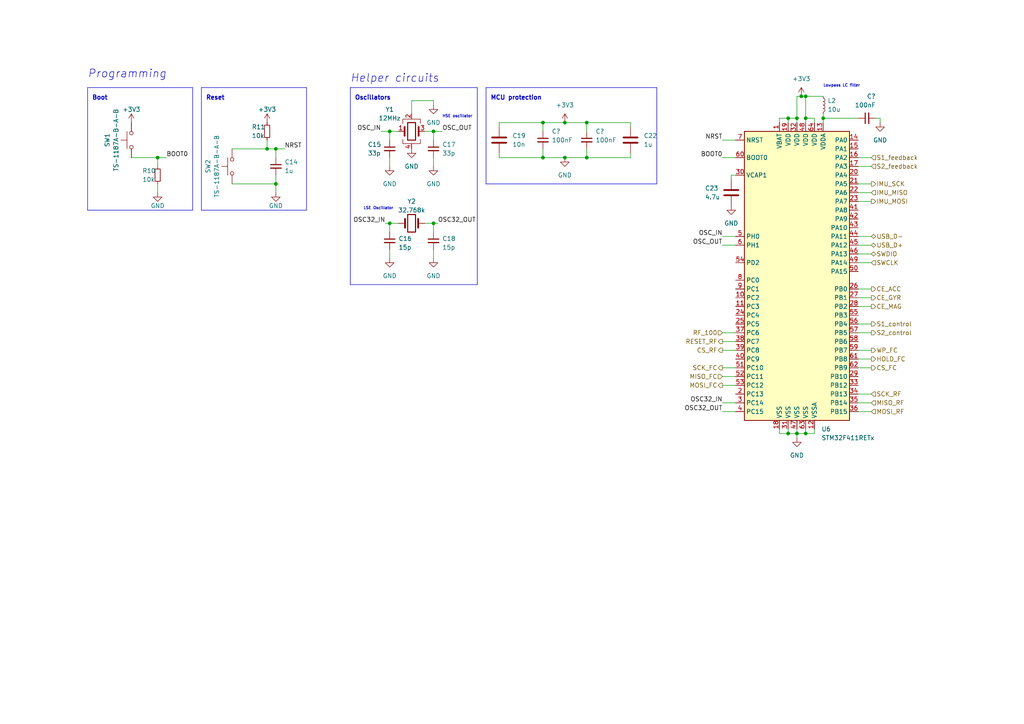
<source format=kicad_sch>
(kicad_sch (version 20230121) (generator eeschema)
  (paper "A4")
  (lib_symbols
    (symbol "Device:C" (pin_numbers hide) (pin_names (offset 0.254))
      (property "Reference" "C" (at 0.635 2.54 0))
      (property "Value" "C" (at 0.635 -2.54 0))
      (symbol "C_0_1"
        (polyline (pts (xy -2.032 -0.762) (xy 2.032 -0.762)) (stroke (width 0.508)))
        (polyline (pts (xy -2.032 0.762) (xy 2.032 0.762)) (stroke (width 0.508)))
      )
      (symbol "C_1_1"
        (pin passive line (at 0 3.81 270) (length 2.794) (name "~") (number "1"))
        (pin passive line (at 0 -3.81 90) (length 2.794) (name "~") (number "2"))
      )
    )
    (symbol "Device:C_Small" (pin_numbers hide) (pin_names (offset 0.254) hide)
      (property "Reference" "C" (at 0.254 1.778 0))
      (property "Value" "C_Small" (at 0.254 -2.032 0))
      (symbol "C_Small_0_1"
        (polyline (pts (xy -1.524 -0.508) (xy 1.524 -0.508)) (stroke (width 0.3302)))
        (polyline (pts (xy -1.524 0.508) (xy 1.524 0.508)) (stroke (width 0.3048)))
      )
      (symbol "C_Small_1_1"
        (pin passive line (at 0 2.54 270) (length 2.032) (name "~") (number "1"))
        (pin passive line (at 0 -2.54 90) (length 2.032) (name "~") (number "2"))
      )
    )
    (symbol "Device:Crystal" (pin_numbers hide) (pin_names (offset 1.016) hide)
      (property "Reference" "Y" (at 0 3.81 0))
      (property "Value" "Crystal" (at 0 -3.81 0))
      (symbol "Crystal_0_1"
        (rectangle (start -1.143 2.54) (end 1.143 -2.54) (stroke (width 0.3048)))
        (polyline (pts (xy -2.54 0) (xy -1.905 0)))
        (polyline (pts (xy -1.905 -1.27) (xy -1.905 1.27)) (stroke (width 0.508)))
        (polyline (pts (xy 1.905 -1.27) (xy 1.905 1.27)) (stroke (width 0.508)))
        (polyline (pts (xy 2.54 0) (xy 1.905 0)))
      )
      (symbol "Crystal_1_1"
        (pin passive line (at -3.81 0 0) (length 1.27) (name "1") (number "1"))
        (pin passive line (at 3.81 0 180) (length 1.27) (name "2") (number "2"))
      )
    )
    (symbol "Device:Crystal_GND24" (pin_names (offset 1.016) hide)
      (property "Reference" "Y" (at 3.175 5.08 0))
      (property "Value" "Crystal_GND24" (at 3.175 3.175 0))
      (symbol "Crystal_GND24_0_1"
        (rectangle (start -1.143 2.54) (end 1.143 -2.54) (stroke (width 0.3048)))
        (polyline (pts (xy -2.54 0) (xy -2.032 0)))
        (polyline (pts (xy -2.032 -1.27) (xy -2.032 1.27)) (stroke (width 0.508)))
        (polyline (pts (xy 0 -3.81) (xy 0 -3.556)))
        (polyline (pts (xy 0 3.556) (xy 0 3.81)))
        (polyline (pts (xy 2.032 -1.27) (xy 2.032 1.27)) (stroke (width 0.508)))
        (polyline (pts (xy 2.032 0) (xy 2.54 0)))
        (polyline (pts (xy -2.54 -2.286) (xy -2.54 -3.556) (xy 2.54 -3.556) (xy 2.54 -2.286)))
        (polyline (pts (xy -2.54 2.286) (xy -2.54 3.556) (xy 2.54 3.556) (xy 2.54 2.286)))
      )
      (symbol "Crystal_GND24_1_1"
        (pin passive line (at -3.81 0 0) (length 1.27) (name "1") (number "1"))
        (pin passive line (at 0 5.08 270) (length 1.27) (name "2") (number "2"))
        (pin passive line (at 3.81 0 180) (length 1.27) (name "3") (number "3"))
        (pin passive line (at 0 -5.08 90) (length 1.27) (name "4") (number "4"))
      )
    )
    (symbol "Device:L_Small" (pin_numbers hide) (pin_names (offset 0.254) hide)
      (property "Reference" "L" (at 0.762 1.016 0))
      (property "Value" "L_Small" (at 0.762 -1.016 0))
      (symbol "L_Small_0_1"
        (arc (start 0 -2.032) (mid 0.5058 -1.524) (end 0 -1.016))
        (arc (start 0 -1.016) (mid 0.5058 -0.508) (end 0 0))
        (arc (start 0 0) (mid 0.5058 0.508) (end 0 1.016))
        (arc (start 0 1.016) (mid 0.5058 1.524) (end 0 2.032))
      )
      (symbol "L_Small_1_1"
        (pin passive line (at 0 2.54 270) (length 0.508) (name "~") (number "1"))
        (pin passive line (at 0 -2.54 90) (length 0.508) (name "~") (number "2"))
      )
    )
    (symbol "Device:R_Small" (pin_numbers hide) (pin_names (offset 0.254) hide)
      (property "Reference" "R" (at 0.762 0.508 0))
      (property "Value" "R_Small" (at 0.762 -1.016 0))
      (symbol "R_Small_0_1"
        (rectangle (start -0.762 1.778) (end 0.762 -1.778) (stroke (width 0.2032)))
      )
      (symbol "R_Small_1_1"
        (pin passive line (at 0 2.54 270) (length 0.762) (name "~") (number "1"))
        (pin passive line (at 0 -2.54 90) (length 0.762) (name "~") (number "2"))
      )
    )
    (symbol "GND_1" (power) (pin_names (offset 0))
      (property "Value" "GND_1" (at 0 -3.81 0))
      (symbol "GND_1_0_1"
        (polyline (pts (xy 0 0) (xy 0 -1.27) (xy 1.27 -1.27) (xy 0 -2.54) (xy -1.27 -1.27) (xy 0 -1.27)))
      )
      (symbol "GND_1_1_1"
        (pin power_in line (at 0 0 270) (length 0) hide (name "GND") (number "1"))
      )
    )
    (symbol "MCU_ST_STM32F4:STM32F411RETx"
      (property "Reference" "U" (at -15.24 41.91 0))
      (property "Value" "STM32F411RETx" (at 10.16 41.91 0))
      (symbol "STM32F411RETx_0_1"
        (rectangle (start -15.24 -43.18) (end 15.24 40.64) (stroke (width 0.254)) (fill (type background)))
      )
      (symbol "STM32F411RETx_1_1"
        (pin power_in line (at -5.08 43.18 270) (length 2.54) (name "VBAT") (number "1"))
        (pin bidirectional line (at -17.78 -7.62 0) (length 2.54) (name "PC2") (number "10"))
        (pin bidirectional line (at -17.78 -10.16 0) (length 2.54) (name "PC3") (number "11"))
        (pin power_in line (at 5.08 -45.72 90) (length 2.54) (name "VSSA") (number "12"))
        (pin power_in line (at 7.62 43.18 270) (length 2.54) (name "VDDA") (number "13"))
        (pin bidirectional line (at 17.78 38.1 180) (length 2.54) (name "PA0") (number "14"))
        (pin bidirectional line (at 17.78 35.56 180) (length 2.54) (name "PA1") (number "15"))
        (pin bidirectional line (at 17.78 33.02 180) (length 2.54) (name "PA2") (number "16"))
        (pin bidirectional line (at 17.78 30.48 180) (length 2.54) (name "PA3") (number "17"))
        (pin power_in line (at -5.08 -45.72 90) (length 2.54) (name "VSS") (number "18"))
        (pin power_in line (at -2.54 43.18 270) (length 2.54) (name "VDD") (number "19"))
        (pin bidirectional line (at -17.78 -35.56 0) (length 2.54) (name "PC13") (number "2"))
        (pin bidirectional line (at 17.78 27.94 180) (length 2.54) (name "PA4") (number "20"))
        (pin bidirectional line (at 17.78 25.4 180) (length 2.54) (name "PA5") (number "21"))
        (pin bidirectional line (at 17.78 22.86 180) (length 2.54) (name "PA6") (number "22"))
        (pin bidirectional line (at 17.78 20.32 180) (length 2.54) (name "PA7") (number "23"))
        (pin bidirectional line (at -17.78 -12.7 0) (length 2.54) (name "PC4") (number "24"))
        (pin bidirectional line (at -17.78 -15.24 0) (length 2.54) (name "PC5") (number "25"))
        (pin bidirectional line (at 17.78 -5.08 180) (length 2.54) (name "PB0") (number "26"))
        (pin bidirectional line (at 17.78 -7.62 180) (length 2.54) (name "PB1") (number "27"))
        (pin bidirectional line (at 17.78 -10.16 180) (length 2.54) (name "PB2") (number "28"))
        (pin bidirectional line (at 17.78 -30.48 180) (length 2.54) (name "PB10") (number "29"))
        (pin bidirectional line (at -17.78 -38.1 0) (length 2.54) (name "PC14") (number "3"))
        (pin power_in line (at -17.78 27.94 0) (length 2.54) (name "VCAP1") (number "30"))
        (pin power_in line (at -2.54 -45.72 90) (length 2.54) (name "VSS") (number "31"))
        (pin power_in line (at 0 43.18 270) (length 2.54) (name "VDD") (number "32"))
        (pin bidirectional line (at 17.78 -33.02 180) (length 2.54) (name "PB12") (number "33"))
        (pin bidirectional line (at 17.78 -35.56 180) (length 2.54) (name "PB13") (number "34"))
        (pin bidirectional line (at 17.78 -38.1 180) (length 2.54) (name "PB14") (number "35"))
        (pin bidirectional line (at 17.78 -40.64 180) (length 2.54) (name "PB15") (number "36"))
        (pin bidirectional line (at -17.78 -17.78 0) (length 2.54) (name "PC6") (number "37"))
        (pin bidirectional line (at -17.78 -20.32 0) (length 2.54) (name "PC7") (number "38"))
        (pin bidirectional line (at -17.78 -22.86 0) (length 2.54) (name "PC8") (number "39"))
        (pin bidirectional line (at -17.78 -40.64 0) (length 2.54) (name "PC15") (number "4"))
        (pin bidirectional line (at -17.78 -25.4 0) (length 2.54) (name "PC9") (number "40"))
        (pin bidirectional line (at 17.78 17.78 180) (length 2.54) (name "PA8") (number "41"))
        (pin bidirectional line (at 17.78 15.24 180) (length 2.54) (name "PA9") (number "42"))
        (pin bidirectional line (at 17.78 12.7 180) (length 2.54) (name "PA10") (number "43"))
        (pin bidirectional line (at 17.78 10.16 180) (length 2.54) (name "PA11") (number "44"))
        (pin bidirectional line (at 17.78 7.62 180) (length 2.54) (name "PA12") (number "45"))
        (pin bidirectional line (at 17.78 5.08 180) (length 2.54) (name "PA13") (number "46"))
        (pin power_in line (at 0 -45.72 90) (length 2.54) (name "VSS") (number "47"))
        (pin power_in line (at 2.54 43.18 270) (length 2.54) (name "VDD") (number "48"))
        (pin bidirectional line (at 17.78 2.54 180) (length 2.54) (name "PA14") (number "49"))
        (pin input line (at -17.78 10.16 0) (length 2.54) (name "PH0") (number "5"))
        (pin bidirectional line (at 17.78 0 180) (length 2.54) (name "PA15") (number "50"))
        (pin bidirectional line (at -17.78 -27.94 0) (length 2.54) (name "PC10") (number "51"))
        (pin bidirectional line (at -17.78 -30.48 0) (length 2.54) (name "PC11") (number "52"))
        (pin bidirectional line (at -17.78 -33.02 0) (length 2.54) (name "PC12") (number "53"))
        (pin bidirectional line (at -17.78 2.54 0) (length 2.54) (name "PD2") (number "54"))
        (pin bidirectional line (at 17.78 -12.7 180) (length 2.54) (name "PB3") (number "55"))
        (pin bidirectional line (at 17.78 -15.24 180) (length 2.54) (name "PB4") (number "56"))
        (pin bidirectional line (at 17.78 -17.78 180) (length 2.54) (name "PB5") (number "57"))
        (pin bidirectional line (at 17.78 -20.32 180) (length 2.54) (name "PB6") (number "58"))
        (pin bidirectional line (at 17.78 -22.86 180) (length 2.54) (name "PB7") (number "59"))
        (pin input line (at -17.78 7.62 0) (length 2.54) (name "PH1") (number "6"))
        (pin input line (at -17.78 33.02 0) (length 2.54) (name "BOOT0") (number "60"))
        (pin bidirectional line (at 17.78 -25.4 180) (length 2.54) (name "PB8") (number "61"))
        (pin bidirectional line (at 17.78 -27.94 180) (length 2.54) (name "PB9") (number "62"))
        (pin power_in line (at 2.54 -45.72 90) (length 2.54) (name "VSS") (number "63"))
        (pin power_in line (at 5.08 43.18 270) (length 2.54) (name "VDD") (number "64"))
        (pin input line (at -17.78 38.1 0) (length 2.54) (name "NRST") (number "7"))
        (pin bidirectional line (at -17.78 -2.54 0) (length 2.54) (name "PC0") (number "8"))
        (pin bidirectional line (at -17.78 -5.08 0) (length 2.54) (name "PC1") (number "9"))
      )
    )
    (symbol "Switch:SW_Push" (pin_numbers hide) (pin_names (offset 1.016) hide)
      (property "Reference" "SW" (at 1.27 2.54 0))
      (property "Value" "SW_Push" (at 0 -1.524 0))
      (symbol "SW_Push_0_1"
        (circle (center -2.032 0) (radius 0.508))
        (polyline (pts (xy 0 1.27) (xy 0 3.048)))
        (polyline (pts (xy 2.54 1.27) (xy -2.54 1.27)))
        (circle (center 2.032 0) (radius 0.508))
        (pin passive line (at -5.08 0 0) (length 2.54) (name "1") (number "1"))
        (pin passive line (at 5.08 0 180) (length 2.54) (name "2") (number "2"))
      )
    )
    (symbol "power:+3.3V" (power) (pin_names (offset 0))
      (property "Value" "+3.3V" (at 0 3.556 0))
      (symbol "+3.3V_0_1"
        (polyline (pts (xy -0.762 1.27) (xy 0 2.54)))
        (polyline (pts (xy 0 0) (xy 0 2.54)))
        (polyline (pts (xy 0 2.54) (xy 0.762 1.27)))
      )
      (symbol "+3.3V_1_1"
        (pin power_in line (at 0 0 90) (length 0) hide (name "+3V3") (number "1"))
      )
    )
    (symbol "power:GND" (power) (pin_names (offset 0))
      (property "Value" "GND" (at 0 -3.81 0))
      (symbol "GND_0_1"
        (polyline (pts (xy 0 0) (xy 0 -1.27) (xy 1.27 -1.27) (xy 0 -2.54) (xy -1.27 -1.27) (xy 0 -1.27)))
      )
      (symbol "GND_1_1"
        (pin power_in line (at 0 0 270) (length 0) hide (name "GND") (number "1"))
      )
    )
  )
  (junction (at 233.68 34.29))
  (junction (at 157.48 35.56))
  (junction (at 113.03 64.77))
  (junction (at 125.73 64.77))
  (junction (at 231.14 125.73))
  (junction (at 163.83 35.56))
  (junction (at 231.14 34.29))
  (junction (at 157.48 45.72))
  (junction (at 77.47 43.18))
  (junction (at 238.76 34.29))
  (junction (at 170.18 45.72))
  (junction (at 228.6 34.29))
  (junction (at 125.73 38.1))
  (junction (at 163.83 45.72))
  (junction (at 170.18 35.56))
  (junction (at 45.72 45.72))
  (junction (at 80.01 53.34))
  (junction (at 233.68 125.73))
  (junction (at 80.01 43.18))
  (junction (at 228.6 125.73))
  (junction (at 232.41 27.94))
  (junction (at 113.03 38.1))
  (junction (at 233.68 27.94))
  (wire (pts (xy 231.14 27.94) (xy 231.14 34.29)))
  (wire (pts (xy 233.68 27.94) (xy 233.68 34.29)))
  (wire (pts (xy 119.38 29.21) (xy 125.73 29.21)))
  (wire (pts (xy 228.6 124.46) (xy 228.6 125.73)))
  (wire (pts (xy 157.48 43.18) (xy 157.48 45.72)))
  (wire (pts (xy 236.22 124.46) (xy 236.22 125.73)))
  (polyline (pts (xy 138.43 25.4) (xy 138.43 82.55)))
  (wire (pts (xy 248.92 83.82) (xy 252.73 83.82)))
  (wire (pts (xy 248.92 48.26) (xy 252.73 48.26)))
  (wire (pts (xy 157.48 35.56) (xy 144.78 35.56)))
  (wire (pts (xy 157.48 35.56) (xy 157.48 38.1)))
  (wire (pts (xy 212.09 52.07) (xy 212.09 50.8)))
  (polyline (pts (xy 88.9 25.4) (xy 88.9 60.96)))
  (wire (pts (xy 209.55 45.72) (xy 213.36 45.72)))
  (polyline (pts (xy 55.88 60.96) (xy 25.4 60.96)))
  (wire (pts (xy 80.01 43.18) (xy 82.55 43.18)))
  (wire (pts (xy 233.68 34.29) (xy 236.22 34.29)))
  (polyline (pts (xy 88.9 60.96) (xy 58.42 60.96)))
  (wire (pts (xy 209.55 119.38) (xy 213.36 119.38)))
  (wire (pts (xy 113.03 45.72) (xy 113.03 48.26)))
  (wire (pts (xy 144.78 44.45) (xy 144.78 45.72)))
  (wire (pts (xy 236.22 125.73) (xy 233.68 125.73)))
  (polyline (pts (xy 140.97 53.34) (xy 190.5 53.34)))
  (wire (pts (xy 248.92 88.9) (xy 252.73 88.9)))
  (wire (pts (xy 252.73 106.68) (xy 248.92 106.68)))
  (wire (pts (xy 182.88 35.56) (xy 182.88 36.83)))
  (wire (pts (xy 110.49 38.1) (xy 113.03 38.1)))
  (wire (pts (xy 248.92 68.58) (xy 252.73 68.58)))
  (wire (pts (xy 80.01 53.34) (xy 80.01 55.88)))
  (wire (pts (xy 209.55 40.64) (xy 213.36 40.64)))
  (wire (pts (xy 209.55 116.84) (xy 213.36 116.84)))
  (wire (pts (xy 226.06 34.29) (xy 226.06 35.56)))
  (wire (pts (xy 233.68 34.29) (xy 233.68 35.56)))
  (wire (pts (xy 163.83 35.56) (xy 170.18 35.56)))
  (wire (pts (xy 123.19 38.1) (xy 125.73 38.1)))
  (wire (pts (xy 157.48 45.72) (xy 163.83 45.72)))
  (wire (pts (xy 125.73 64.77) (xy 127 64.77)))
  (wire (pts (xy 248.92 45.72) (xy 252.73 45.72)))
  (wire (pts (xy 125.73 45.72) (xy 125.73 48.26)))
  (polyline (pts (xy 25.4 25.4) (xy 55.88 25.4)))
  (wire (pts (xy 113.03 72.39) (xy 113.03 74.93)))
  (wire (pts (xy 248.92 116.84) (xy 252.73 116.84)))
  (wire (pts (xy 45.72 53.34) (xy 45.72 55.88)))
  (wire (pts (xy 77.47 43.18) (xy 80.01 43.18)))
  (wire (pts (xy 125.73 64.77) (xy 125.73 67.31)))
  (wire (pts (xy 125.73 29.21) (xy 125.73 30.48)))
  (polyline (pts (xy 101.6 25.4) (xy 138.43 25.4)))
  (wire (pts (xy 232.41 27.94) (xy 233.68 27.94)))
  (wire (pts (xy 248.92 53.34) (xy 252.73 53.34)))
  (wire (pts (xy 226.06 124.46) (xy 226.06 125.73)))
  (polyline (pts (xy 190.5 53.34) (xy 190.5 25.4)))
  (wire (pts (xy 38.1 45.72) (xy 45.72 45.72)))
  (wire (pts (xy 248.92 119.38) (xy 252.73 119.38)))
  (wire (pts (xy 125.73 38.1) (xy 125.73 40.64)))
  (wire (pts (xy 248.92 114.3) (xy 252.73 114.3)))
  (wire (pts (xy 228.6 125.73) (xy 231.14 125.73)))
  (wire (pts (xy 170.18 35.56) (xy 170.18 38.1)))
  (wire (pts (xy 125.73 38.1) (xy 128.27 38.1)))
  (wire (pts (xy 170.18 35.56) (xy 182.88 35.56)))
  (wire (pts (xy 209.55 101.6) (xy 213.36 101.6)))
  (wire (pts (xy 238.76 34.29) (xy 248.92 34.29)))
  (wire (pts (xy 233.68 27.94) (xy 238.76 27.94)))
  (wire (pts (xy 209.55 96.52) (xy 213.36 96.52)))
  (wire (pts (xy 209.55 68.58) (xy 213.36 68.58)))
  (wire (pts (xy 123.19 64.77) (xy 125.73 64.77)))
  (wire (pts (xy 248.92 93.98) (xy 252.73 93.98)))
  (wire (pts (xy 248.92 101.6) (xy 252.73 101.6)))
  (wire (pts (xy 226.06 125.73) (xy 228.6 125.73)))
  (wire (pts (xy 113.03 38.1) (xy 115.57 38.1)))
  (polyline (pts (xy 140.97 25.4) (xy 140.97 53.34)))
  (polyline (pts (xy 58.42 25.4) (xy 88.9 25.4)))
  (wire (pts (xy 170.18 45.72) (xy 182.88 45.72)))
  (wire (pts (xy 144.78 35.56) (xy 144.78 36.83)))
  (wire (pts (xy 80.01 50.8) (xy 80.01 53.34)))
  (wire (pts (xy 233.68 124.46) (xy 233.68 125.73)))
  (wire (pts (xy 212.09 50.8) (xy 213.36 50.8)))
  (wire (pts (xy 236.22 34.29) (xy 236.22 35.56)))
  (wire (pts (xy 233.68 125.73) (xy 231.14 125.73)))
  (wire (pts (xy 111.76 64.77) (xy 113.03 64.77)))
  (wire (pts (xy 255.27 34.29) (xy 255.27 35.56)))
  (wire (pts (xy 67.31 53.34) (xy 80.01 53.34)))
  (wire (pts (xy 248.92 58.42) (xy 252.73 58.42)))
  (wire (pts (xy 231.14 125.73) (xy 231.14 127)))
  (wire (pts (xy 238.76 34.29) (xy 238.76 35.56)))
  (wire (pts (xy 170.18 43.18) (xy 170.18 45.72)))
  (wire (pts (xy 248.92 73.66) (xy 252.73 73.66)))
  (wire (pts (xy 209.55 111.76) (xy 213.36 111.76)))
  (wire (pts (xy 113.03 67.31) (xy 113.03 64.77)))
  (wire (pts (xy 67.31 43.18) (xy 77.47 43.18)))
  (wire (pts (xy 209.55 99.06) (xy 213.36 99.06)))
  (wire (pts (xy 113.03 40.64) (xy 113.03 38.1)))
  (wire (pts (xy 209.55 106.68) (xy 213.36 106.68)))
  (polyline (pts (xy 101.6 25.4) (xy 101.6 82.55)))
  (wire (pts (xy 231.14 124.46) (xy 231.14 125.73)))
  (wire (pts (xy 119.38 33.02) (xy 119.38 29.21)))
  (polyline (pts (xy 25.4 25.4) (xy 25.4 60.96)))
  (wire (pts (xy 45.72 45.72) (xy 48.26 45.72)))
  (wire (pts (xy 144.78 45.72) (xy 157.48 45.72)))
  (wire (pts (xy 80.01 43.18) (xy 80.01 45.72)))
  (wire (pts (xy 163.83 45.72) (xy 170.18 45.72)))
  (wire (pts (xy 248.92 96.52) (xy 252.73 96.52)))
  (wire (pts (xy 248.92 86.36) (xy 252.73 86.36)))
  (polyline (pts (xy 140.97 25.4) (xy 190.5 25.4)))
  (wire (pts (xy 209.55 109.22) (xy 213.36 109.22)))
  (wire (pts (xy 248.92 71.12) (xy 252.73 71.12)))
  (wire (pts (xy 231.14 34.29) (xy 228.6 34.29)))
  (wire (pts (xy 248.92 76.2) (xy 252.73 76.2)))
  (wire (pts (xy 231.14 34.29) (xy 231.14 35.56)))
  (wire (pts (xy 248.92 55.88) (xy 252.73 55.88)))
  (wire (pts (xy 125.73 72.39) (xy 125.73 74.93)))
  (wire (pts (xy 77.47 43.18) (xy 77.47 40.64)))
  (polyline (pts (xy 138.43 82.55) (xy 101.6 82.55)))
  (wire (pts (xy 209.55 71.12) (xy 213.36 71.12)))
  (polyline (pts (xy 55.88 25.4) (xy 55.88 60.96)))
  (wire (pts (xy 45.72 45.72) (xy 45.72 48.26)))
  (wire (pts (xy 254 34.29) (xy 255.27 34.29)))
  (wire (pts (xy 182.88 45.72) (xy 182.88 44.45)))
  (wire (pts (xy 163.83 35.56) (xy 157.48 35.56)))
  (wire (pts (xy 248.92 104.14) (xy 252.73 104.14)))
  (wire (pts (xy 232.41 27.94) (xy 231.14 27.94)))
  (wire (pts (xy 228.6 34.29) (xy 226.06 34.29)))
  (wire (pts (xy 113.03 64.77) (xy 115.57 64.77)))
  (wire (pts (xy 228.6 34.29) (xy 228.6 35.56)))
  (wire (pts (xy 238.76 33.02) (xy 238.76 34.29)))
  (polyline (pts (xy 58.42 25.4) (xy 58.42 60.96)))
  (text "Programming\n" (at 25.4 22.86 0) (effects (font (size 2.3 2.3) italic) (justify left bottom)))
  (text "Boot" (at 26.67 29.21 0) (effects (font (size 1.27 1.27) (thickness 0.254) bold) (justify left bottom)))
  (text "LSE Oscillator" (at 105.41 60.96 0) (effects (font (size 0.8 0.8)) (justify left bottom)))
  (text "Reset" (at 59.69 29.21 0) (effects (font (size 1.27 1.27) (thickness 0.254) bold) (justify left bottom)))
  (text "Helper circuits" (at 101.6 24.13 0) (effects (font (size 2.3 2.3) italic) (justify left bottom)))
  (text "HSE oscillator\n" (at 128.27 34.29 0) (effects (font (size 0.8 0.8)) (justify left bottom)))
  (text "Lowpass LC filter\n" (at 238.76 25.4 0) (effects (font (size 0.8 0.8)) (justify left bottom)))
  (text "MCU protection" (at 142.24 29.21 0) (effects (font (size 1.27 1.27) (thickness 0.254) bold) (justify left bottom)))
  (text "Oscillators" (at 102.87 29.21 0) (effects (font (size 1.27 1.27) (thickness 0.254) bold) (justify left bottom)))
  (label "OSC32_OUT" (at 209.55 119.38 180))
  (label "OSC32_IN" (at 209.55 116.84 180))
  (label "OSC_IN" (at 110.49 38.1 180))
  (label "BOOT0" (at 48.26 45.72 0))
  (label "NRST" (at 209.55 40.64 180))
  (label "BOOT0" (at 209.55 45.72 180))
  (label "OSC32_OUT" (at 127 64.77 0))
  (label "OSC_OUT" (at 128.27 38.1 0))
  (label "OSC_IN" (at 209.55 68.58 180))
  (label "OSC_OUT" (at 209.55 71.12 180))
  (label "OSC32_IN" (at 111.76 64.77 180))
  (label "NRST" (at 82.55 43.18 0))
  (hierarchical_label "CS_FC" (shape output) (at 252.73 106.68 0))
  (hierarchical_label "SCK_FC" (shape output) (at 209.55 106.68 180))
  (hierarchical_label "S1_feedback" (shape input) (at 252.73 45.72 0))
  (hierarchical_label "RESET_RF" (shape output) (at 209.55 99.06 180))
  (hierarchical_label "WP_FC" (shape output) (at 252.73 101.6 0))
  (hierarchical_label "IMU_SCK" (shape output) (at 252.73 53.34 0))
  (hierarchical_label "MOSI_FC" (shape output) (at 209.55 111.76 180))
  (hierarchical_label "IMU_MISO" (shape input) (at 252.73 55.88 0))
  (hierarchical_label "S1_control" (shape output) (at 252.73 93.98 0))
  (hierarchical_label "S2_feedback" (shape input) (at 252.73 48.26 0))
  (hierarchical_label "MOSI_RF" (shape input) (at 252.73 119.38 0))
  (hierarchical_label "MISO_FC" (shape input) (at 209.55 109.22 180))
  (hierarchical_label "SWDIO" (shape bidirectional) (at 252.73 73.66 0))
  (hierarchical_label "CE_GYR" (shape output) (at 252.73 86.36 0))
  (hierarchical_label "CE_MAG" (shape output) (at 252.73 88.9 0))
  (hierarchical_label "USB_D-" (shape bidirectional) (at 252.73 68.58 0))
  (hierarchical_label "MISO_RF" (shape input) (at 252.73 116.84 0))
  (hierarchical_label "HOLD_FC" (shape output) (at 252.73 104.14 0))
  (hierarchical_label "USB_D+" (shape bidirectional) (at 252.73 71.12 0))
  (hierarchical_label "S2_control" (shape output) (at 252.73 96.52 0))
  (hierarchical_label "IMU_MOSI" (shape output) (at 252.73 58.42 0))
  (hierarchical_label "CS_RF" (shape output) (at 209.55 101.6 180))
  (hierarchical_label "CE_ACC" (shape output) (at 252.73 83.82 0))
  (hierarchical_label "SWCLK" (shape input) (at 252.73 76.2 0))
  (hierarchical_label "RF_100" (shape input) (at 209.55 96.52 180))
  (hierarchical_label "SCK_RF" (shape input) (at 252.73 114.3 0))
  (symbol (lib_id "Device:Crystal") (at 119.38 64.77 0) (unit 1)
    (property "Reference" "Y2" (at 119.38 58.42 0))
    (property "Value" "32.768k" (at 119.38 60.96 0))
    (property "Footprint" "Crystal:Crystal_SMD_3215-2Pin_3.2x1.5mm" (effects hide))
    (property "Datasheet" "https://jlcpcb.com/partdetail/YangxingTech-X321532768KGD2SI/C620155" (effects hide))
    (property "LCSC" "C620155" (effects hide))
  )
  (symbol (lib_id "power:GND") (at 231.14 127 0) (unit 1)
    (property "Reference" "#PWR056" (effects hide))
    (property "Value" "GND" (at 231.14 132.08 0))
  )
  (symbol (lib_id "power:+3.3V") (at 163.83 35.56 0) (unit 1)
    (property "Reference" "#PWR054" (effects hide))
    (property "Value" "+3.3V" (at 163.83 30.48 0))
  )
  (symbol (lib_id "power:GND") (at 125.73 48.26 0) (unit 1)
    (property "Reference" "#PWR053" (effects hide))
    (property "Value" "GND" (at 125.73 53.34 0))
  )
  (symbol (lib_id "Device:C_Small") (at 251.46 34.29 90) (unit 1)
    (property "Reference" "C?" (at 254 27.94 90) (effects (justify left)))
    (property "Value" "100nF" (at 254 30.48 90) (effects (justify left)))
    (property "Footprint" "Capacitor_SMD:C_0603_1608Metric" (effects hide))
    (instances (project "neptune" (path "" (reference "C?") (unit 1)) (path "" (reference "C4") (unit 1)) (path "" (reference "C24") (unit 1))))
  )
  (symbol (lib_id "Device:C") (at 212.09 55.88 0) (unit 1)
    (property "Reference" "C23" (at 204.47 54.61 0) (effects (justify left)))
    (property "Value" "4.7u" (at 204.47 57.15 0) (effects (justify left)))
    (property "Footprint" "Capacitor_SMD:C_0603_1608Metric" (effects hide))
  )
  (symbol (lib_id "Device:C_Small") (at 113.03 69.85 0) (unit 1)
    (property "Reference" "C16" (at 115.57 69.2213 0) (effects (justify left)))
    (property "Value" "15p" (at 115.57 71.7613 0) (effects (justify left)))
    (property "Footprint" "Capacitor_SMD:C_0603_1608Metric" (effects hide))
    (property "Datasheet" "https://jlcpcb.com/partdetail/64402-0805CG150J500NT/C63339" (effects hide))
    (property "LCSC" "C1562" (effects hide))
  )
  (symbol (lib_id "Device:Crystal_GND24") (at 119.38 38.1 0) (unit 1)
    (property "Reference" "Y1" (at 113.03 31.75 0))
    (property "Value" "12MHz" (at 113.03 34.29 0))
    (property "Footprint" "Crystal:Crystal_SMD_5032-4Pin_5.0x3.2mm" (effects hide))
    (property "Datasheet" "https://www.digikey.com.au/en/products/detail/ecs-inc/ECS-120-20-30B-TR/813205" (effects hide))
  )
  (symbol (lib_id "Switch:SW_Push") (at 38.1 40.64 90) (unit 1)
    (property "Reference" "SW1" (at 31.115 40.64 0))
    (property "Value" "TS-1187A-B-A-B" (at 33.655 40.64 0))
    (property "Footprint" "Button_Switch_SMD:SW_Tactile_SPST_NO_Straight_CK_PTS636Sx25SMTRLFS" (effects hide))
    (property "LCSC" "C318884" (effects hide))
  )
  (symbol (lib_id "Device:C_Small") (at 157.48 40.64 0) (unit 1)
    (property "Reference" "C?" (at 160.02 38.1 0) (effects (justify left)))
    (property "Value" "100nF" (at 160.02 40.64 0) (effects (justify left)))
    (property "Footprint" "Capacitor_SMD:C_0603_1608Metric" (effects hide))
    (instances (project "neptune" (path "" (reference "C?") (unit 1)) (path "" (reference "C4") (unit 1)) (path "" (reference "C20") (unit 1))))
  )
  (symbol (lib_id "power:+3.3V") (at 38.1 35.56 0) (unit 1)
    (property "Reference" "#PWR042" (effects hide))
    (property "Value" "+3.3V" (at 38.1 31.75 0))
  )
  (symbol (lib_id "power:GND") (at 119.38 43.18 0) (unit 1)
    (property "Reference" "#PWR065" (effects hide))
    (property "Value" "GND" (at 119.38 48.26 0))
  )
  (symbol (lib_id "Device:R_Small") (at 77.47 38.1 180) (unit 1)
    (property "Reference" "R11" (at 73.025 36.83 0) (effects (justify right)))
    (property "Value" "10k" (at 73.025 39.37 0) (effects (justify right)))
    (property "Footprint" "Resistor_SMD:R_0402_1005Metric" (effects hide))
  )
  (symbol (lib_id "power:GND") (at 45.72 55.88 0) (unit 1)
    (property "Reference" "#PWR044" (effects hide))
    (property "Value" "GND" (at 45.72 59.69 0))
  )
  (symbol (lib_id "power:GND") (at 163.83 45.72 0) (unit 1)
    (property "Reference" "#PWR055" (effects hide))
    (property "Value" "GND" (at 163.83 50.8 0))
  )
  (symbol (lib_id "power:+3.3V") (at 232.41 27.94 0) (unit 1)
    (property "Reference" "#PWR057" (effects hide))
    (property "Value" "+3.3V" (at 232.41 22.86 0))
  )
  (symbol (lib_id "Device:C_Small") (at 113.03 43.18 0) (unit 1)
    (property "Reference" "C15" (at 106.68 41.91 0) (effects (justify left)))
    (property "Value" "33p" (at 106.68 44.45 0) (effects (justify left)))
    (property "Footprint" "Capacitor_SMD:C_0603_1608Metric" (effects hide))
    (property "Datasheet" "https://jlcpcb.com/partdetail/169035-0805CG330J500NT/C157687" (effects hide))
  )
  (symbol (lib_id "power:GND") (at 113.03 48.26 0) (unit 1)
    (property "Reference" "#PWR052" (effects hide))
    (property "Value" "GND" (at 113.03 53.34 0))
  )
  (symbol (lib_id "Device:C_Small") (at 170.18 40.64 0) (unit 1)
    (property "Reference" "C?" (at 172.72 38.1 0) (effects (justify left)))
    (property "Value" "100nF" (at 172.72 40.64 0) (effects (justify left)))
    (property "Footprint" "Capacitor_SMD:C_0603_1608Metric" (effects hide))
    (instances (project "neptune" (path "" (reference "C?") (unit 1)) (path "" (reference "C4") (unit 1)) (path "" (reference "C21") (unit 1))))
  )
  (symbol (lib_name "GND_1") (lib_id "power:GND") (at 212.09 59.69 0) (unit 1)
    (property "Reference" "#PWR064" (effects hide))
    (property "Value" "GND" (at 212.09 64.77 0))
  )
  (symbol (lib_id "power:+3.3V") (at 77.47 35.56 0) (unit 1)
    (property "Reference" "#PWR046" (effects hide))
    (property "Value" "+3.3V" (at 77.47 31.75 0))
  )
  (symbol (lib_id "Device:C_Small") (at 125.73 69.85 0) (unit 1)
    (property "Reference" "C18" (at 128.27 69.2213 0) (effects (justify left)))
    (property "Value" "15p" (at 128.27 71.7613 0) (effects (justify left)))
    (property "Footprint" "Capacitor_SMD:C_0603_1608Metric" (effects hide))
    (property "Datasheet" "https://jlcpcb.com/partdetail/64402-0805CG150J500NT/C63339" (effects hide))
    (property "LCSC" "C1562" (effects hide))
  )
  (symbol (lib_id "Device:C") (at 144.78 40.64 0) (unit 1)
    (property "Reference" "C19" (at 148.59 39.3699 0) (effects (justify left)))
    (property "Value" "10n" (at 148.59 41.9099 0) (effects (justify left)))
    (property "Footprint" "Capacitor_SMD:C_0603_1608Metric" (effects hide))
  )
  (symbol (lib_id "Device:C_Small") (at 125.73 43.18 0) (unit 1)
    (property "Reference" "C17" (at 128.27 41.9162 0) (effects (justify left)))
    (property "Value" "33p" (at 128.27 44.4562 0) (effects (justify left)))
    (property "Footprint" "Capacitor_SMD:C_0603_1608Metric" (effects hide))
    (property "Datasheet" "https://jlcpcb.com/partdetail/169035-0805CG330J500NT/C157687" (effects hide))
  )
  (symbol (lib_id "Device:C_Small") (at 80.01 48.26 0) (unit 1)
    (property "Reference" "C14" (at 82.55 46.9962 0) (effects (justify left)))
    (property "Value" "1u" (at 82.55 49.5362 0) (effects (justify left)))
    (property "Footprint" "Capacitor_SMD:C_0402_1005Metric" (effects hide))
  )
  (symbol (lib_id "power:GND") (at 125.73 30.48 0) (unit 1)
    (property "Reference" "#PWR066" (effects hide))
    (property "Value" "GND" (at 125.73 35.56 0))
  )
  (symbol (lib_id "Device:C") (at 182.88 40.64 0) (unit 1)
    (property "Reference" "C22" (at 186.69 39.3699 0) (effects (justify left)))
    (property "Value" "1u" (at 186.69 41.9099 0) (effects (justify left)))
    (property "Footprint" "Capacitor_SMD:C_0603_1608Metric" (effects hide))
  )
  (symbol (lib_id "power:GND") (at 113.03 74.93 0) (unit 1)
    (property "Reference" "#PWR01" (effects hide))
    (property "Value" "GND" (at 113.03 80.01 0))
  )
  (symbol (lib_id "Device:L_Small") (at 238.76 30.48 0) (unit 1)
    (property "Reference" "L2" (at 240.03 29.2099 0) (effects (justify left)))
    (property "Value" "10u" (at 240.03 31.7499 0) (effects (justify left)))
    (property "Footprint" "Inductor_SMD:L_0805_2012Metric" (effects hide))
  )
  (symbol (lib_id "power:GND") (at 255.27 35.56 0) (unit 1)
    (property "Reference" "#PWR058" (effects hide))
    (property "Value" "GND" (at 255.27 40.64 0))
  )
  (symbol (lib_id "MCU_ST_STM32F4:STM32F411RETx") (at 231.14 78.74 0) (unit 1)
    (property "Reference" "U6" (at 238.2394 124.46 0) (effects (justify left)))
    (property "Value" "STM32F411RETx" (at 238.2394 127 0) (effects (justify left)))
    (property "Footprint" "Package_QFP:LQFP-64_10x10mm_P0.5mm" (effects hide))
    (property "Datasheet" "http://www.st.com/st-web-ui/static/active/en/resource/technical/document/datasheet/DM00115249.pdf" (effects hide))
    (property "LCSC" "C94355" (effects hide))
  )
  (symbol (lib_id "Device:R_Small") (at 45.72 50.8 180) (unit 1)
    (property "Reference" "R10" (at 41.275 49.53 0) (effects (justify right)))
    (property "Value" "10k" (at 41.275 52.07 0) (effects (justify right)))
    (property "Footprint" "Resistor_SMD:R_0402_1005Metric" (effects hide))
  )
  (symbol (lib_id "power:GND") (at 125.73 74.93 0) (unit 1)
    (property "Reference" "#PWR02" (effects hide))
    (property "Value" "GND" (at 125.73 80.01 0))
  )
  (symbol (lib_id "Switch:SW_Push") (at 67.31 48.26 90) (unit 1)
    (property "Reference" "SW2" (at 60.325 48.26 0))
    (property "Value" "TS-1187A-B-A-B" (at 62.865 48.26 0))
    (property "Footprint" "Button_Switch_SMD:SW_Tactile_SPST_NO_Straight_CK_PTS636Sx25SMTRLFS" (effects hide))
    (property "LCSC" "C318884" (effects hide))
  )
  (symbol (lib_id "power:GND") (at 80.01 55.88 0) (unit 1)
    (property "Reference" "#PWR047" (effects hide))
    (property "Value" "GND" (at 80.01 59.69 0))
  )
)
</source>
